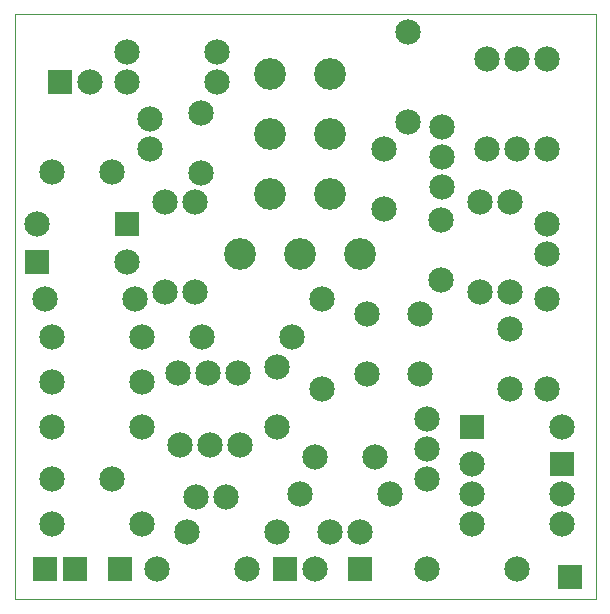
<source format=gts>
G75*
%MOIN*%
%OFA0B0*%
%FSLAX25Y25*%
%IPPOS*%
%LPD*%
%AMOC8*
5,1,8,0,0,1.08239X$1,22.5*
%
%ADD10C,0.00000*%
%ADD11R,0.08474X0.08474*%
%ADD12C,0.08474*%
%ADD13C,0.10600*%
D10*
X0002200Y0002200D02*
X0002200Y0197161D01*
X0195901Y0197161D01*
X0195901Y0002200D01*
X0002200Y0002200D01*
D11*
X0012200Y0012200D03*
X0022200Y0012200D03*
X0037200Y0012200D03*
X0092200Y0012200D03*
X0117200Y0012200D03*
X0154700Y0059700D03*
X0184700Y0047200D03*
X0187200Y0009700D03*
X0039700Y0127200D03*
X0009700Y0114700D03*
X0017200Y0174700D03*
D12*
X0027200Y0174700D03*
X0039700Y0174700D03*
X0039700Y0184700D03*
X0047200Y0162200D03*
X0047200Y0152200D03*
X0034700Y0144700D03*
X0052200Y0134700D03*
X0062200Y0134700D03*
X0064200Y0144200D03*
X0064200Y0164200D03*
X0069700Y0174700D03*
X0069700Y0184700D03*
X0125200Y0152200D03*
X0133200Y0161200D03*
X0144700Y0159700D03*
X0144700Y0149700D03*
X0144700Y0139700D03*
X0144200Y0128700D03*
X0157200Y0134700D03*
X0167200Y0134700D03*
X0179700Y0127200D03*
X0179700Y0117200D03*
X0167200Y0104700D03*
X0157200Y0104700D03*
X0167200Y0092200D03*
X0179700Y0102200D03*
X0179700Y0072200D03*
X0167200Y0072200D03*
X0184700Y0059700D03*
X0184700Y0037200D03*
X0184700Y0027200D03*
X0169700Y0012200D03*
X0154700Y0027200D03*
X0154700Y0037200D03*
X0154700Y0047200D03*
X0139700Y0042200D03*
X0139700Y0052200D03*
X0139700Y0062200D03*
X0137200Y0077200D03*
X0119700Y0077200D03*
X0104700Y0072200D03*
X0089700Y0079700D03*
X0094700Y0089700D03*
X0104700Y0102200D03*
X0119700Y0097200D03*
X0137200Y0097200D03*
X0144200Y0108700D03*
X0125200Y0132200D03*
X0159700Y0152200D03*
X0169700Y0152200D03*
X0179700Y0152200D03*
X0179700Y0182200D03*
X0169700Y0182200D03*
X0159700Y0182200D03*
X0133200Y0191200D03*
X0062200Y0104700D03*
X0052200Y0104700D03*
X0042200Y0102200D03*
X0039700Y0114700D03*
X0044700Y0089700D03*
X0056700Y0077700D03*
X0066700Y0077700D03*
X0076700Y0077700D03*
X0064700Y0089700D03*
X0044700Y0074700D03*
X0044700Y0059700D03*
X0057200Y0053700D03*
X0067200Y0053700D03*
X0077200Y0053700D03*
X0089700Y0059700D03*
X0102200Y0049700D03*
X0097200Y0037200D03*
X0089700Y0024700D03*
X0079700Y0012200D03*
X0059700Y0024700D03*
X0062700Y0036200D03*
X0072700Y0036200D03*
X0049700Y0012200D03*
X0044700Y0027200D03*
X0034700Y0042200D03*
X0014700Y0042200D03*
X0014700Y0027200D03*
X0014700Y0059700D03*
X0014700Y0074700D03*
X0014700Y0089700D03*
X0012200Y0102200D03*
X0009700Y0127200D03*
X0014700Y0144700D03*
X0122200Y0049700D03*
X0127200Y0037200D03*
X0117200Y0024700D03*
X0107200Y0024700D03*
X0102200Y0012200D03*
X0139700Y0012200D03*
D13*
X0117200Y0117200D03*
X0107200Y0137200D03*
X0107200Y0157200D03*
X0107200Y0177200D03*
X0087200Y0177200D03*
X0087200Y0157200D03*
X0087200Y0137200D03*
X0077200Y0117200D03*
X0097200Y0117200D03*
M02*

</source>
